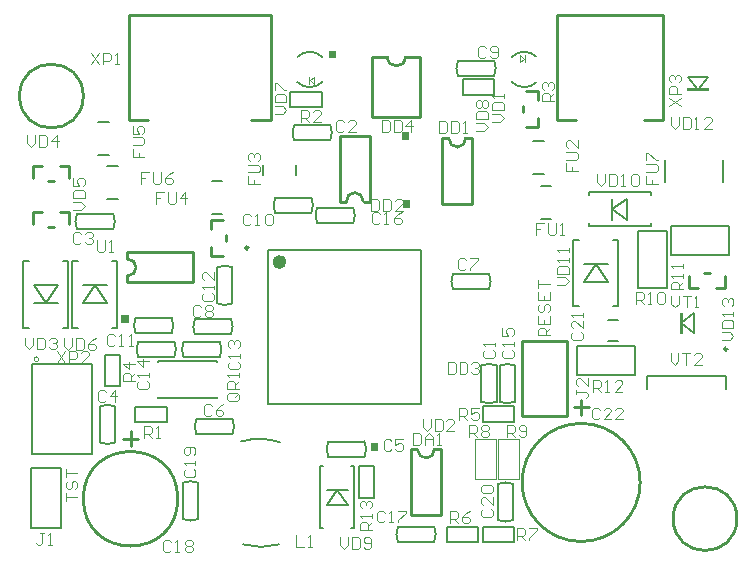
<source format=gto>
G04 Layer_Color=65535*
%FSLAX24Y24*%
%MOIN*%
G70*
G01*
G75*
%ADD10C,0.0079*%
%ADD39C,0.0098*%
%ADD40C,0.0100*%
%ADD58C,0.0039*%
%ADD59C,0.0236*%
%ADD60C,0.0070*%
%ADD61C,0.0071*%
%ADD62C,0.0050*%
%ADD63C,0.0067*%
%ADD64C,0.0070*%
G36*
X23687Y37636D02*
X23437D01*
Y37886D01*
X23687D01*
Y37636D01*
D02*
G37*
G36*
X42163Y37258D02*
X42053D01*
Y37978D01*
X42163D01*
Y37258D01*
D02*
G37*
G36*
X32000Y33380D02*
X31750D01*
Y33630D01*
X32000D01*
Y33380D01*
D02*
G37*
G36*
X33073Y41478D02*
X32823D01*
Y41728D01*
X33073D01*
Y41478D01*
D02*
G37*
G36*
X30612Y46451D02*
X30362D01*
Y46701D01*
X30612D01*
Y46451D01*
D02*
G37*
G36*
X43027Y45360D02*
X42307D01*
Y45470D01*
X43027D01*
Y45360D01*
D02*
G37*
G36*
X33043Y43744D02*
X32793D01*
Y43994D01*
X33043D01*
Y43744D01*
D02*
G37*
D10*
X28317Y40059D02*
X33435D01*
X28317Y34941D02*
X33435D01*
Y40059D01*
X28317Y34941D02*
Y40059D01*
X31102Y30787D02*
X31211D01*
X30069D02*
X30177D01*
X31102Y32874D02*
X31211D01*
X30069D02*
X30177D01*
X31211Y30787D02*
Y32874D01*
X30069Y30787D02*
Y32874D01*
X24675Y36339D02*
Y36378D01*
X26644D01*
Y36339D02*
Y36378D01*
X24675Y35118D02*
Y35157D01*
Y35118D02*
X26644D01*
Y35157D01*
X29281Y42549D02*
Y42904D01*
X28179Y42549D02*
Y42904D01*
X26457Y42372D02*
X26811D01*
X26457Y41270D02*
X26811D01*
X23307Y37480D02*
Y39685D01*
X21811Y37480D02*
Y39685D01*
X23120Y37480D02*
X23307D01*
X21811D02*
X21998D01*
X23120Y39685D02*
X23307D01*
X21811D02*
X21998D01*
X20177Y37480D02*
Y39685D01*
X21673Y37480D02*
Y39685D01*
X20177D02*
X20364D01*
X21486D02*
X21673D01*
X20177Y37480D02*
X20364D01*
X21486D02*
X21673D01*
X22972Y41762D02*
X23327D01*
X22972Y42864D02*
X23327D01*
X22667Y43238D02*
X23022D01*
X22667Y44341D02*
X23022D01*
X42337Y45840D02*
X42997D01*
X42337D02*
X42667Y45410D01*
X42997Y45840D01*
X37165Y42598D02*
X37520D01*
X37165Y43701D02*
X37520D01*
X37421Y41083D02*
X37776D01*
X37421Y42185D02*
X37776D01*
X40010Y38189D02*
Y40394D01*
X38514Y38189D02*
Y40394D01*
X39823Y38189D02*
X40010D01*
X38514D02*
X38701D01*
X39823Y40394D02*
X40010D01*
X38514D02*
X38701D01*
X42533Y37288D02*
Y37948D01*
X42103Y37618D02*
X42533Y37948D01*
X42103Y37618D02*
X42533Y37288D01*
X40955Y35433D02*
Y35866D01*
X43593Y35433D02*
Y35866D01*
X40955D02*
X43593D01*
X41102Y41890D02*
Y41998D01*
Y40856D02*
Y40965D01*
X39016Y41890D02*
Y41998D01*
Y40856D02*
Y40965D01*
Y41998D02*
X41102D01*
X39016Y40856D02*
X41102D01*
X43504Y42343D02*
Y43051D01*
X41575Y42343D02*
Y43051D01*
D39*
X27677Y40138D02*
G03*
X27677Y40138I-49J0D01*
G01*
X43642Y36762D02*
G03*
X43642Y36762I-49J0D01*
G01*
D40*
X33319Y33409D02*
G03*
X33877Y33428I280J0D01*
G01*
X34362Y43774D02*
G03*
X34921Y43793I280J0D01*
G01*
X32312Y46501D02*
G03*
X32912Y46501I300J0D01*
G01*
X23657Y39205D02*
G03*
X23638Y39763I0J280D01*
G01*
X40738Y32317D02*
G03*
X40738Y32317I-1969J0D01*
G01*
X31504Y41699D02*
G03*
X30946Y41680I-280J0D01*
G01*
X22175Y45197D02*
G03*
X22175Y45197I-1063J0D01*
G01*
X43964Y31109D02*
G03*
X43964Y31109I-1063J0D01*
G01*
X25325Y31772D02*
G03*
X25325Y31772I-1575J0D01*
G01*
X33100Y33430D02*
X33300D01*
X33900D02*
X34100D01*
X33100Y31230D02*
X34100D01*
X33100D02*
Y33430D01*
X34100Y31230D02*
Y33430D01*
X34143Y43794D02*
X34343D01*
X34943D02*
X35143D01*
X34143Y41594D02*
X35143D01*
X34143D02*
Y43794D01*
X35143Y41594D02*
Y43794D01*
X38299Y34530D02*
Y36030D01*
X36799Y34530D02*
Y37030D01*
Y34530D02*
X38299D01*
X36799Y37030D02*
X38299D01*
Y36030D02*
Y37030D01*
X32912Y46501D02*
X33412D01*
X31812Y44501D02*
Y46501D01*
X33412Y44501D02*
Y46501D01*
X31812Y44501D02*
X33412D01*
X31812Y46501D02*
X32312D01*
X23637Y38986D02*
Y39186D01*
Y39786D02*
Y39986D01*
X25837Y38986D02*
Y39986D01*
X23637Y38986D02*
X25837D01*
X23637Y39986D02*
X25837D01*
X20989Y40815D02*
X21189D01*
X20489Y41315D02*
X20789D01*
X20489Y40915D02*
Y41315D01*
X21389D02*
X21689D01*
Y40915D02*
Y41315D01*
X38770Y34567D02*
Y35067D01*
X38520Y34817D02*
X39020D01*
X20989Y42380D02*
X21189D01*
X20489Y42880D02*
X20789D01*
X20489Y42480D02*
Y42880D01*
X21389D02*
X21689D01*
Y42480D02*
Y42880D01*
X31523Y41678D02*
X31723D01*
X30723D02*
X30923D01*
X30723Y43878D02*
X31723D01*
Y41678D02*
Y43878D01*
X30723Y41678D02*
Y43878D01*
X36919Y45348D02*
X37319D01*
X36819Y44648D02*
Y44848D01*
X37319Y44148D02*
Y44448D01*
X36919Y44148D02*
X37319D01*
Y45048D02*
Y45348D01*
X43556Y38793D02*
Y39193D01*
X42856Y39293D02*
X43056D01*
X42356Y38793D02*
X42656D01*
X42356D02*
Y39193D01*
X43256Y38793D02*
X43556D01*
X27756Y44390D02*
X28425D01*
X23701D02*
X24331D01*
X23701D02*
Y47106D01*
X28425Y44390D02*
Y47106D01*
X23701Y47894D02*
X26063D01*
X23701Y47067D02*
Y47894D01*
X26063D02*
X28425D01*
Y47106D02*
Y47894D01*
X37963D02*
X41506D01*
X40876Y44390D02*
X41506D01*
X37963D02*
X38593D01*
X41506D02*
Y47894D01*
X37963Y44390D02*
Y47894D01*
X26431Y39869D02*
X26831D01*
X26931Y40369D02*
Y40569D01*
X26431Y40769D02*
Y41069D01*
X26831D01*
X26431Y39869D02*
Y40169D01*
X23500Y33772D02*
X24000D01*
X23750Y33522D02*
Y34022D01*
D58*
X20687Y36427D02*
G03*
X20687Y36427I-79J0D01*
G01*
X29695Y45610D02*
Y45846D01*
X29852Y45610D02*
Y45846D01*
X29734Y45728D02*
X29852Y45610D01*
X29734Y45728D02*
X29852Y45846D01*
X36900Y46319D02*
Y46555D01*
X36742Y46319D02*
Y46555D01*
X36860Y46437D01*
X36742Y46319D02*
X36860Y46437D01*
X35230Y32433D02*
X35230Y33748D01*
X35931Y32433D02*
X35931Y33748D01*
X35230D02*
X35931D01*
X35230Y32433D02*
X35931D01*
X35988D02*
Y33748D01*
X36689Y32433D02*
Y33748D01*
X35988D02*
X36689D01*
X35988Y32433D02*
X36689D01*
X31791Y30728D02*
X31398D01*
Y30925D01*
X31463Y30991D01*
X31595D01*
X31660Y30925D01*
Y30728D01*
Y30860D02*
X31791Y30991D01*
Y31122D02*
Y31253D01*
Y31188D01*
X31398D01*
X31463Y31122D01*
Y31450D02*
X31398Y31515D01*
Y31647D01*
X31463Y31712D01*
X31529D01*
X31595Y31647D01*
Y31581D01*
Y31647D01*
X31660Y31712D01*
X31726D01*
X31791Y31647D01*
Y31515D01*
X31726Y31450D01*
X24203Y33799D02*
Y34193D01*
X24400D01*
X24465Y34127D01*
Y33996D01*
X24400Y33930D01*
X24203D01*
X24334D02*
X24465Y33799D01*
X24596D02*
X24728D01*
X24662D01*
Y34193D01*
X24596Y34127D01*
X34322Y36319D02*
Y35925D01*
X34519D01*
X34585Y35991D01*
Y36253D01*
X34519Y36319D01*
X34322D01*
X34716D02*
Y35925D01*
X34913D01*
X34978Y35991D01*
Y36253D01*
X34913Y36319D01*
X34716D01*
X35110Y36253D02*
X35175Y36319D01*
X35306D01*
X35372Y36253D01*
Y36188D01*
X35306Y36122D01*
X35241D01*
X35306D01*
X35372Y36056D01*
Y35991D01*
X35306Y35925D01*
X35175D01*
X35110Y35991D01*
X22920Y35338D02*
X22854Y35403D01*
X22723D01*
X22657Y35338D01*
Y35075D01*
X22723Y35010D01*
X22854D01*
X22920Y35075D01*
X23248Y35010D02*
Y35403D01*
X23051Y35207D01*
X23313D01*
X41713Y44862D02*
X42106Y45125D01*
X41713D02*
X42106Y44862D01*
Y45256D02*
X41713D01*
Y45453D01*
X41778Y45518D01*
X41910D01*
X41975Y45453D01*
Y45256D01*
X41778Y45649D02*
X41713Y45715D01*
Y45846D01*
X41778Y45912D01*
X41844D01*
X41910Y45846D01*
Y45781D01*
Y45846D01*
X41975Y45912D01*
X42041D01*
X42106Y45846D01*
Y45715D01*
X42041Y45649D01*
X22441Y46644D02*
X22703Y46250D01*
Y46644D02*
X22441Y46250D01*
X22835D02*
Y46644D01*
X23031D01*
X23097Y46578D01*
Y46447D01*
X23031Y46381D01*
X22835D01*
X23228Y46250D02*
X23359D01*
X23294D01*
Y46644D01*
X23228Y46578D01*
X41752Y36634D02*
Y36371D01*
X41883Y36240D01*
X42014Y36371D01*
Y36634D01*
X42146D02*
X42408D01*
X42277D01*
Y36240D01*
X42801D02*
X42539D01*
X42801Y36503D01*
Y36568D01*
X42736Y36634D01*
X42605D01*
X42539Y36568D01*
X41762Y38543D02*
Y38281D01*
X41893Y38150D01*
X42024Y38281D01*
Y38543D01*
X42155D02*
X42418D01*
X42287D01*
Y38150D01*
X42549D02*
X42680D01*
X42615D01*
Y38543D01*
X42549Y38478D01*
X43455Y37077D02*
X43717D01*
X43848Y37208D01*
X43717Y37339D01*
X43455D01*
Y37470D02*
X43848D01*
Y37667D01*
X43783Y37733D01*
X43520D01*
X43455Y37667D01*
Y37470D01*
X43848Y37864D02*
Y37995D01*
Y37930D01*
X43455D01*
X43520Y37864D01*
Y38192D02*
X43455Y38257D01*
Y38389D01*
X43520Y38454D01*
X43586D01*
X43652Y38389D01*
Y38323D01*
Y38389D01*
X43717Y38454D01*
X43783D01*
X43848Y38389D01*
Y38257D01*
X43783Y38192D01*
X41762Y44488D02*
Y44226D01*
X41893Y44094D01*
X42024Y44226D01*
Y44488D01*
X42155D02*
Y44094D01*
X42352D01*
X42418Y44160D01*
Y44422D01*
X42352Y44488D01*
X42155D01*
X42549Y44094D02*
X42680D01*
X42615D01*
Y44488D01*
X42549Y44422D01*
X43139Y44094D02*
X42877D01*
X43139Y44357D01*
Y44422D01*
X43074Y44488D01*
X42943D01*
X42877Y44422D01*
X37973Y38888D02*
X38235D01*
X38366Y39019D01*
X38235Y39150D01*
X37973D01*
Y39281D02*
X38366D01*
Y39478D01*
X38301Y39544D01*
X38038D01*
X37973Y39478D01*
Y39281D01*
X38366Y39675D02*
Y39806D01*
Y39741D01*
X37973D01*
X38038Y39675D01*
X38366Y40003D02*
Y40134D01*
Y40069D01*
X37973D01*
X38038Y40003D01*
X39311Y42598D02*
Y42336D01*
X39442Y42205D01*
X39573Y42336D01*
Y42598D01*
X39705D02*
Y42205D01*
X39901D01*
X39967Y42270D01*
Y42533D01*
X39901Y42598D01*
X39705D01*
X40098Y42205D02*
X40229D01*
X40164D01*
Y42598D01*
X40098Y42533D01*
X40426D02*
X40492Y42598D01*
X40623D01*
X40689Y42533D01*
Y42270D01*
X40623Y42205D01*
X40492D01*
X40426Y42270D01*
Y42533D01*
X30728Y30502D02*
Y30239D01*
X30860Y30108D01*
X30991Y30239D01*
Y30502D01*
X31122D02*
Y30108D01*
X31319D01*
X31384Y30174D01*
Y30436D01*
X31319Y30502D01*
X31122D01*
X31516Y30174D02*
X31581Y30108D01*
X31712D01*
X31778Y30174D01*
Y30436D01*
X31712Y30502D01*
X31581D01*
X31516Y30436D01*
Y30371D01*
X31581Y30305D01*
X31778D01*
X35256Y44026D02*
X35518D01*
X35650Y44157D01*
X35518Y44288D01*
X35256D01*
Y44419D02*
X35650D01*
Y44616D01*
X35584Y44682D01*
X35322D01*
X35256Y44616D01*
Y44419D01*
X35322Y44813D02*
X35256Y44878D01*
Y45010D01*
X35322Y45075D01*
X35387D01*
X35453Y45010D01*
X35518Y45075D01*
X35584D01*
X35650Y45010D01*
Y44878D01*
X35584Y44813D01*
X35518D01*
X35453Y44878D01*
X35387Y44813D01*
X35322D01*
X35453Y44878D02*
Y45010D01*
X28553Y44596D02*
X28816D01*
X28947Y44728D01*
X28816Y44859D01*
X28553D01*
Y44990D02*
X28947D01*
Y45187D01*
X28881Y45252D01*
X28619D01*
X28553Y45187D01*
Y44990D01*
Y45384D02*
Y45646D01*
X28619D01*
X28881Y45384D01*
X28947D01*
X21545Y37136D02*
Y36873D01*
X21676Y36742D01*
X21808Y36873D01*
Y37136D01*
X21939D02*
Y36742D01*
X22136D01*
X22201Y36808D01*
Y37070D01*
X22136Y37136D01*
X21939D01*
X22595D02*
X22464Y37070D01*
X22332Y36939D01*
Y36808D01*
X22398Y36742D01*
X22529D01*
X22595Y36808D01*
Y36873D01*
X22529Y36939D01*
X22332D01*
X21831Y41407D02*
X22093D01*
X22224Y41539D01*
X22093Y41670D01*
X21831D01*
Y41801D02*
X22224D01*
Y41998D01*
X22159Y42063D01*
X21896D01*
X21831Y41998D01*
Y41801D01*
Y42457D02*
Y42195D01*
X22028D01*
X21962Y42326D01*
Y42391D01*
X22028Y42457D01*
X22159D01*
X22224Y42391D01*
Y42260D01*
X22159Y42195D01*
X20305Y43907D02*
Y43645D01*
X20436Y43514D01*
X20568Y43645D01*
Y43907D01*
X20699D02*
Y43514D01*
X20895D01*
X20961Y43579D01*
Y43842D01*
X20895Y43907D01*
X20699D01*
X21289Y43514D02*
Y43907D01*
X21092Y43711D01*
X21355D01*
X20236Y37146D02*
Y36883D01*
X20367Y36752D01*
X20499Y36883D01*
Y37146D01*
X20630D02*
Y36752D01*
X20827D01*
X20892Y36818D01*
Y37080D01*
X20827Y37146D01*
X20630D01*
X21023Y37080D02*
X21089Y37146D01*
X21220D01*
X21286Y37080D01*
Y37014D01*
X21220Y36949D01*
X21155D01*
X21220D01*
X21286Y36883D01*
Y36818D01*
X21220Y36752D01*
X21089D01*
X21023Y36818D01*
X33494Y34419D02*
Y34157D01*
X33625Y34026D01*
X33756Y34157D01*
Y34419D01*
X33888D02*
Y34026D01*
X34084D01*
X34150Y34091D01*
Y34354D01*
X34084Y34419D01*
X33888D01*
X34544Y34026D02*
X34281D01*
X34544Y34288D01*
Y34354D01*
X34478Y34419D01*
X34347D01*
X34281Y34354D01*
X35807Y44331D02*
X36070D01*
X36201Y44462D01*
X36070Y44593D01*
X35807D01*
Y44724D02*
X36201D01*
Y44921D01*
X36135Y44987D01*
X35873D01*
X35807Y44921D01*
Y44724D01*
X36201Y45118D02*
Y45249D01*
Y45183D01*
X35807D01*
X35873Y45118D01*
X22648Y40394D02*
Y40066D01*
X22713Y40000D01*
X22844D01*
X22910Y40066D01*
Y40394D01*
X23041Y40000D02*
X23172D01*
X23107D01*
Y40394D01*
X23041Y40328D01*
X39163Y35335D02*
Y35728D01*
X39360D01*
X39426Y35663D01*
Y35531D01*
X39360Y35466D01*
X39163D01*
X39295D02*
X39426Y35335D01*
X39557D02*
X39688D01*
X39623D01*
Y35728D01*
X39557Y35663D01*
X40147Y35335D02*
X39885D01*
X40147Y35597D01*
Y35663D01*
X40082Y35728D01*
X39951D01*
X39885Y35663D01*
X42156Y38750D02*
X41762D01*
Y38947D01*
X41828Y39012D01*
X41959D01*
X42024Y38947D01*
Y38750D01*
Y38881D02*
X42156Y39012D01*
Y39144D02*
Y39275D01*
Y39209D01*
X41762D01*
X41828Y39144D01*
X42156Y39472D02*
Y39603D01*
Y39537D01*
X41762D01*
X41828Y39472D01*
X40591Y38268D02*
Y38661D01*
X40787D01*
X40853Y38596D01*
Y38465D01*
X40787Y38399D01*
X40591D01*
X40722D02*
X40853Y38268D01*
X40984D02*
X41115D01*
X41050D01*
Y38661D01*
X40984Y38596D01*
X41312D02*
X41378Y38661D01*
X41509D01*
X41574Y38596D01*
Y38333D01*
X41509Y38268D01*
X41378D01*
X41312Y38333D01*
Y38596D01*
X36289Y33839D02*
Y34232D01*
X36486D01*
X36552Y34167D01*
Y34035D01*
X36486Y33970D01*
X36289D01*
X36421D02*
X36552Y33839D01*
X36683Y33904D02*
X36749Y33839D01*
X36880D01*
X36945Y33904D01*
Y34167D01*
X36880Y34232D01*
X36749D01*
X36683Y34167D01*
Y34101D01*
X36749Y34035D01*
X36945D01*
X35039Y33839D02*
Y34232D01*
X35236D01*
X35302Y34167D01*
Y34035D01*
X35236Y33970D01*
X35039D01*
X35171D02*
X35302Y33839D01*
X35433Y34167D02*
X35499Y34232D01*
X35630D01*
X35695Y34167D01*
Y34101D01*
X35630Y34035D01*
X35695Y33970D01*
Y33904D01*
X35630Y33839D01*
X35499D01*
X35433Y33904D01*
Y33970D01*
X35499Y34035D01*
X35433Y34101D01*
Y34167D01*
X35499Y34035D02*
X35630D01*
X36644Y30394D02*
Y30787D01*
X36840D01*
X36906Y30722D01*
Y30590D01*
X36840Y30525D01*
X36644D01*
X36775D02*
X36906Y30394D01*
X37037Y30787D02*
X37300D01*
Y30722D01*
X37037Y30459D01*
Y30394D01*
X34409Y30955D02*
Y31348D01*
X34606D01*
X34672Y31283D01*
Y31152D01*
X34606Y31086D01*
X34409D01*
X34541D02*
X34672Y30955D01*
X35065Y31348D02*
X34934Y31283D01*
X34803Y31152D01*
Y31020D01*
X34869Y30955D01*
X35000D01*
X35065Y31020D01*
Y31086D01*
X35000Y31152D01*
X34803D01*
X34715Y34390D02*
Y34783D01*
X34911D01*
X34977Y34718D01*
Y34587D01*
X34911Y34521D01*
X34715D01*
X34846D02*
X34977Y34390D01*
X35371Y34783D02*
X35108D01*
Y34587D01*
X35239Y34652D01*
X35305D01*
X35371Y34587D01*
Y34455D01*
X35305Y34390D01*
X35174D01*
X35108Y34455D01*
X23888Y35689D02*
X23494D01*
Y35886D01*
X23560Y35951D01*
X23691D01*
X23757Y35886D01*
Y35689D01*
Y35820D02*
X23888Y35951D01*
Y36279D02*
X23494D01*
X23691Y36083D01*
Y36345D01*
X37874Y45020D02*
X37480D01*
Y45216D01*
X37546Y45282D01*
X37677D01*
X37743Y45216D01*
Y45020D01*
Y45151D02*
X37874Y45282D01*
X37546Y45413D02*
X37480Y45479D01*
Y45610D01*
X37546Y45676D01*
X37612D01*
X37677Y45610D01*
Y45544D01*
Y45610D01*
X37743Y45676D01*
X37808D01*
X37874Y45610D01*
Y45479D01*
X37808Y45413D01*
X29429Y44331D02*
Y44724D01*
X29626D01*
X29692Y44659D01*
Y44528D01*
X29626Y44462D01*
X29429D01*
X29560D02*
X29692Y44331D01*
X30085D02*
X29823D01*
X30085Y44593D01*
Y44659D01*
X30020Y44724D01*
X29888D01*
X29823Y44659D01*
X27306Y35292D02*
X27044D01*
X26978Y35226D01*
Y35095D01*
X27044Y35030D01*
X27306D01*
X27372Y35095D01*
Y35226D01*
X27241Y35161D02*
X27372Y35292D01*
Y35226D02*
X27306Y35292D01*
X27372Y35423D02*
X26978D01*
Y35620D01*
X27044Y35685D01*
X27175D01*
X27241Y35620D01*
Y35423D01*
Y35554D02*
X27372Y35685D01*
Y35817D02*
Y35948D01*
Y35882D01*
X26978D01*
X27044Y35817D01*
X29281Y30551D02*
Y30157D01*
X29544D01*
X29675D02*
X29806D01*
X29741D01*
Y30551D01*
X29675Y30485D01*
X38593Y35390D02*
Y35259D01*
Y35325D01*
X38921D01*
X38986Y35259D01*
Y35194D01*
X38921Y35128D01*
X38986Y35784D02*
Y35522D01*
X38724Y35784D01*
X38658D01*
X38593Y35718D01*
Y35587D01*
X38658Y35522D01*
X40945Y42526D02*
Y42264D01*
X41142D01*
Y42395D01*
Y42264D01*
X41339D01*
X40945Y42657D02*
X41273D01*
X41339Y42723D01*
Y42854D01*
X41273Y42920D01*
X40945D01*
Y43051D02*
Y43313D01*
X41011D01*
X41273Y43051D01*
X41339D01*
X24377Y42667D02*
X24114D01*
Y42470D01*
X24245D01*
X24114D01*
Y42274D01*
X24508Y42667D02*
Y42339D01*
X24573Y42274D01*
X24705D01*
X24770Y42339D01*
Y42667D01*
X25164D02*
X25033Y42602D01*
X24901Y42470D01*
Y42339D01*
X24967Y42274D01*
X25098D01*
X25164Y42339D01*
Y42405D01*
X25098Y42470D01*
X24901D01*
X23819Y43422D02*
Y43159D01*
X24016D01*
Y43291D01*
Y43159D01*
X24213D01*
X23819Y43553D02*
X24147D01*
X24213Y43619D01*
Y43750D01*
X24147Y43815D01*
X23819D01*
Y44209D02*
Y43947D01*
X24016D01*
X23950Y44078D01*
Y44143D01*
X24016Y44209D01*
X24147D01*
X24213Y44143D01*
Y44012D01*
X24147Y43947D01*
X24859Y41998D02*
X24596D01*
Y41801D01*
X24728D01*
X24596D01*
Y41604D01*
X24990Y41998D02*
Y41670D01*
X25056Y41604D01*
X25187D01*
X25252Y41670D01*
Y41998D01*
X25580Y41604D02*
Y41998D01*
X25384Y41801D01*
X25646D01*
X27677Y42516D02*
Y42254D01*
X27874D01*
Y42385D01*
Y42254D01*
X28071D01*
X27677Y42648D02*
X28005D01*
X28071Y42713D01*
Y42844D01*
X28005Y42910D01*
X27677D01*
X27743Y43041D02*
X27677Y43107D01*
Y43238D01*
X27743Y43303D01*
X27808D01*
X27874Y43238D01*
Y43172D01*
Y43238D01*
X27940Y43303D01*
X28005D01*
X28071Y43238D01*
Y43107D01*
X28005Y43041D01*
X38258Y42949D02*
Y42687D01*
X38455D01*
Y42818D01*
Y42687D01*
X38652D01*
X38258Y43081D02*
X38586D01*
X38652Y43146D01*
Y43277D01*
X38586Y43343D01*
X38258D01*
X38652Y43737D02*
Y43474D01*
X38389Y43737D01*
X38324D01*
X38258Y43671D01*
Y43540D01*
X38324Y43474D01*
X37526Y40955D02*
X37264D01*
Y40758D01*
X37395D01*
X37264D01*
Y40561D01*
X37657Y40955D02*
Y40627D01*
X37723Y40561D01*
X37854D01*
X37920Y40627D01*
Y40955D01*
X38051Y40561D02*
X38182D01*
X38117D01*
Y40955D01*
X38051Y40889D01*
X32126Y44399D02*
Y44006D01*
X32323D01*
X32388Y44071D01*
Y44334D01*
X32323Y44399D01*
X32126D01*
X32520D02*
Y44006D01*
X32716D01*
X32782Y44071D01*
Y44334D01*
X32716Y44399D01*
X32520D01*
X33110Y44006D02*
Y44399D01*
X32913Y44203D01*
X33176D01*
X31772Y41762D02*
Y41368D01*
X31968D01*
X32034Y41434D01*
Y41696D01*
X31968Y41762D01*
X31772D01*
X32165D02*
Y41368D01*
X32362D01*
X32428Y41434D01*
Y41696D01*
X32362Y41762D01*
X32165D01*
X32821Y41368D02*
X32559D01*
X32821Y41630D01*
Y41696D01*
X32756Y41762D01*
X32624D01*
X32559Y41696D01*
X34035Y44360D02*
Y43967D01*
X34232D01*
X34298Y44032D01*
Y44295D01*
X34232Y44360D01*
X34035D01*
X34429D02*
Y43967D01*
X34626D01*
X34691Y44032D01*
Y44295D01*
X34626Y44360D01*
X34429D01*
X34823Y43967D02*
X34954D01*
X34888D01*
Y44360D01*
X34823Y44295D01*
X33169Y33957D02*
Y33563D01*
X33366D01*
X33432Y33629D01*
Y33891D01*
X33366Y33957D01*
X33169D01*
X33563Y33563D02*
Y33825D01*
X33694Y33957D01*
X33825Y33825D01*
Y33563D01*
Y33760D01*
X33563D01*
X33956Y33563D02*
X34088D01*
X34022D01*
Y33957D01*
X33956Y33891D01*
X39386Y34747D02*
X39321Y34813D01*
X39190D01*
X39124Y34747D01*
Y34485D01*
X39190Y34419D01*
X39321D01*
X39386Y34485D01*
X39780Y34419D02*
X39518D01*
X39780Y34682D01*
Y34747D01*
X39714Y34813D01*
X39583D01*
X39518Y34747D01*
X40174Y34419D02*
X39911D01*
X40174Y34682D01*
Y34747D01*
X40108Y34813D01*
X39977D01*
X39911Y34747D01*
X38491Y37319D02*
X38425Y37254D01*
Y37123D01*
X38491Y37057D01*
X38753D01*
X38819Y37123D01*
Y37254D01*
X38753Y37319D01*
X38819Y37713D02*
Y37451D01*
X38557Y37713D01*
X38491D01*
X38425Y37647D01*
Y37516D01*
X38491Y37451D01*
X38819Y37844D02*
Y37975D01*
Y37910D01*
X38425D01*
X38491Y37844D01*
X35509Y31434D02*
X35443Y31368D01*
Y31237D01*
X35509Y31171D01*
X35771D01*
X35837Y31237D01*
Y31368D01*
X35771Y31434D01*
X35837Y31827D02*
Y31565D01*
X35574Y31827D01*
X35509D01*
X35443Y31762D01*
Y31630D01*
X35509Y31565D01*
Y31958D02*
X35443Y32024D01*
Y32155D01*
X35509Y32221D01*
X35771D01*
X35837Y32155D01*
Y32024D01*
X35771Y31958D01*
X35509D01*
X25587Y32762D02*
X25522Y32697D01*
Y32566D01*
X25587Y32500D01*
X25850D01*
X25915Y32566D01*
Y32697D01*
X25850Y32762D01*
X25915Y32894D02*
Y33025D01*
Y32959D01*
X25522D01*
X25587Y32894D01*
X25850Y33222D02*
X25915Y33287D01*
Y33418D01*
X25850Y33484D01*
X25587D01*
X25522Y33418D01*
Y33287D01*
X25587Y33222D01*
X25653D01*
X25719Y33287D01*
Y33484D01*
X32221Y31312D02*
X32155Y31378D01*
X32024D01*
X31959Y31312D01*
Y31050D01*
X32024Y30984D01*
X32155D01*
X32221Y31050D01*
X32352Y30984D02*
X32483D01*
X32418D01*
Y31378D01*
X32352Y31312D01*
X32680Y31378D02*
X32943D01*
Y31312D01*
X32680Y31050D01*
Y30984D01*
X32064Y41253D02*
X31998Y41319D01*
X31867D01*
X31801Y41253D01*
Y40991D01*
X31867Y40925D01*
X31998D01*
X32064Y40991D01*
X32195Y40925D02*
X32326D01*
X32260D01*
Y41319D01*
X32195Y41253D01*
X32785Y41319D02*
X32654Y41253D01*
X32523Y41122D01*
Y40991D01*
X32588Y40925D01*
X32720D01*
X32785Y40991D01*
Y41056D01*
X32720Y41122D01*
X32523D01*
X36198Y36729D02*
X36132Y36663D01*
Y36532D01*
X36198Y36467D01*
X36460D01*
X36526Y36532D01*
Y36663D01*
X36460Y36729D01*
X36526Y36860D02*
Y36991D01*
Y36926D01*
X36132D01*
X36198Y36860D01*
X36132Y37450D02*
Y37188D01*
X36329D01*
X36263Y37319D01*
Y37385D01*
X36329Y37450D01*
X36460D01*
X36526Y37385D01*
Y37254D01*
X36460Y37188D01*
X24022Y35695D02*
X23957Y35630D01*
Y35499D01*
X24022Y35433D01*
X24285D01*
X24350Y35499D01*
Y35630D01*
X24285Y35695D01*
X24350Y35827D02*
Y35958D01*
Y35892D01*
X23957D01*
X24022Y35827D01*
X24350Y36351D02*
X23957D01*
X24154Y36155D01*
Y36417D01*
X27064Y36345D02*
X26998Y36279D01*
Y36148D01*
X27064Y36083D01*
X27326D01*
X27392Y36148D01*
Y36279D01*
X27326Y36345D01*
X27392Y36476D02*
Y36607D01*
Y36542D01*
X26998D01*
X27064Y36476D01*
Y36804D02*
X26998Y36870D01*
Y37001D01*
X27064Y37067D01*
X27129D01*
X27195Y37001D01*
Y36935D01*
Y37001D01*
X27261Y37067D01*
X27326D01*
X27392Y37001D01*
Y36870D01*
X27326Y36804D01*
X26188Y38619D02*
X26122Y38553D01*
Y38422D01*
X26188Y38356D01*
X26450D01*
X26516Y38422D01*
Y38553D01*
X26450Y38619D01*
X26516Y38750D02*
Y38881D01*
Y38815D01*
X26122D01*
X26188Y38750D01*
X26516Y39340D02*
Y39078D01*
X26253Y39340D01*
X26188D01*
X26122Y39275D01*
Y39143D01*
X26188Y39078D01*
X23235Y37208D02*
X23169Y37273D01*
X23038D01*
X22972Y37208D01*
Y36946D01*
X23038Y36880D01*
X23169D01*
X23235Y36946D01*
X23366Y36880D02*
X23497D01*
X23432D01*
Y37273D01*
X23366Y37208D01*
X23694Y36880D02*
X23825D01*
X23760D01*
Y37273D01*
X23694Y37208D01*
X27762Y41214D02*
X27697Y41279D01*
X27566D01*
X27500Y41214D01*
Y40951D01*
X27566Y40886D01*
X27697D01*
X27762Y40951D01*
X27894Y40886D02*
X28025D01*
X27959D01*
Y41279D01*
X27894Y41214D01*
X28222D02*
X28287Y41279D01*
X28418D01*
X28484Y41214D01*
Y40951D01*
X28418Y40886D01*
X28287D01*
X28222Y40951D01*
Y41214D01*
X35607Y46804D02*
X35541Y46870D01*
X35410D01*
X35344Y46804D01*
Y46542D01*
X35410Y46476D01*
X35541D01*
X35607Y46542D01*
X35738D02*
X35804Y46476D01*
X35935D01*
X36000Y46542D01*
Y46804D01*
X35935Y46870D01*
X35804D01*
X35738Y46804D01*
Y46739D01*
X35804Y46673D01*
X36000D01*
X26089Y38172D02*
X26024Y38238D01*
X25892D01*
X25827Y38172D01*
Y37910D01*
X25892Y37844D01*
X26024D01*
X26089Y37910D01*
X26220Y38172D02*
X26286Y38238D01*
X26417D01*
X26483Y38172D01*
Y38107D01*
X26417Y38041D01*
X26483Y37976D01*
Y37910D01*
X26417Y37844D01*
X26286D01*
X26220Y37910D01*
Y37976D01*
X26286Y38041D01*
X26220Y38107D01*
Y38172D01*
X26286Y38041D02*
X26417D01*
X34938Y39718D02*
X34872Y39783D01*
X34741D01*
X34675Y39718D01*
Y39455D01*
X34741Y39390D01*
X34872D01*
X34938Y39455D01*
X35069Y39783D02*
X35331D01*
Y39718D01*
X35069Y39455D01*
Y39390D01*
X26453Y34875D02*
X26388Y34941D01*
X26257D01*
X26191Y34875D01*
Y34613D01*
X26257Y34547D01*
X26388D01*
X26453Y34613D01*
X26847Y34941D02*
X26716Y34875D01*
X26585Y34744D01*
Y34613D01*
X26650Y34547D01*
X26781D01*
X26847Y34613D01*
Y34678D01*
X26781Y34744D01*
X26585D01*
X32447Y33684D02*
X32382Y33750D01*
X32251D01*
X32185Y33684D01*
Y33422D01*
X32251Y33356D01*
X32382D01*
X32447Y33422D01*
X32841Y33750D02*
X32579D01*
Y33553D01*
X32710Y33619D01*
X32775D01*
X32841Y33553D01*
Y33422D01*
X32775Y33356D01*
X32644D01*
X32579Y33422D01*
X22094Y40603D02*
X22029Y40669D01*
X21897D01*
X21832Y40603D01*
Y40341D01*
X21897Y40276D01*
X22029D01*
X22094Y40341D01*
X22225Y40603D02*
X22291Y40669D01*
X22422D01*
X22488Y40603D01*
Y40538D01*
X22422Y40472D01*
X22357D01*
X22422D01*
X22488Y40407D01*
Y40341D01*
X22422Y40276D01*
X22291D01*
X22225Y40341D01*
X30863Y44324D02*
X30797Y44390D01*
X30666D01*
X30600Y44324D01*
Y44062D01*
X30666Y43996D01*
X30797D01*
X30863Y44062D01*
X31256Y43996D02*
X30994D01*
X31256Y44258D01*
Y44324D01*
X31191Y44390D01*
X31060D01*
X30994Y44324D01*
X35578Y36719D02*
X35512Y36653D01*
Y36522D01*
X35578Y36457D01*
X35840D01*
X35906Y36522D01*
Y36653D01*
X35840Y36719D01*
X35906Y36850D02*
Y36981D01*
Y36916D01*
X35512D01*
X35578Y36850D01*
X25105Y30328D02*
X25039Y30394D01*
X24908D01*
X24843Y30328D01*
Y30066D01*
X24908Y30000D01*
X25039D01*
X25105Y30066D01*
X25236Y30000D02*
X25367D01*
X25302D01*
Y30394D01*
X25236Y30328D01*
X25564D02*
X25630Y30394D01*
X25761D01*
X25826Y30328D01*
Y30262D01*
X25761Y30197D01*
X25826Y30131D01*
Y30066D01*
X25761Y30000D01*
X25630D01*
X25564Y30066D01*
Y30131D01*
X25630Y30197D01*
X25564Y30262D01*
Y30328D01*
X25630Y30197D02*
X25761D01*
X21309Y36703D02*
X21571Y36309D01*
Y36703D02*
X21309Y36309D01*
X21703D02*
Y36703D01*
X21899D01*
X21965Y36637D01*
Y36506D01*
X21899Y36440D01*
X21703D01*
X22359Y36309D02*
X22096D01*
X22359Y36571D01*
Y36637D01*
X22293Y36703D01*
X22162D01*
X22096Y36637D01*
X20863Y30630D02*
X20732D01*
X20797D01*
Y30302D01*
X20732Y30236D01*
X20666D01*
X20600Y30302D01*
X20994Y30236D02*
X21125D01*
X21060D01*
Y30630D01*
X20994Y30564D01*
X37726Y37215D02*
X37333D01*
Y37411D01*
X37398Y37477D01*
X37530D01*
X37595Y37411D01*
Y37215D01*
Y37346D02*
X37726Y37477D01*
X37333Y37871D02*
Y37608D01*
X37726D01*
Y37871D01*
X37530Y37608D02*
Y37739D01*
X37398Y38264D02*
X37333Y38198D01*
Y38067D01*
X37398Y38002D01*
X37464D01*
X37530Y38067D01*
Y38198D01*
X37595Y38264D01*
X37661D01*
X37726Y38198D01*
Y38067D01*
X37661Y38002D01*
X37333Y38658D02*
Y38395D01*
X37726D01*
Y38658D01*
X37530Y38395D02*
Y38526D01*
X37333Y38789D02*
Y39051D01*
Y38920D01*
X37726D01*
X21585Y31713D02*
Y31975D01*
Y31844D01*
X21978D01*
X21650Y32369D02*
X21585Y32303D01*
Y32172D01*
X21650Y32106D01*
X21716D01*
X21782Y32172D01*
Y32303D01*
X21847Y32369D01*
X21913D01*
X21978Y32303D01*
Y32172D01*
X21913Y32106D01*
X21585Y32500D02*
Y32762D01*
Y32631D01*
X21978D01*
D59*
X28829Y39665D02*
G03*
X28829Y39665I-118J0D01*
G01*
D60*
X27146Y39491D02*
G03*
X26635Y39492I-256J-608D01*
G01*
Y38284D02*
G03*
X27146Y38284I255J609D01*
G01*
X29777Y41299D02*
G03*
X29777Y41810I-608J256D01*
G01*
X28569D02*
G03*
X28570Y41299I609J-255D01*
G01*
X29967Y41476D02*
G03*
X29967Y40966I608J-256D01*
G01*
X31175D02*
G03*
X31174Y41476I-609J255D01*
G01*
X30341Y33681D02*
G03*
X30341Y33170I608J-256D01*
G01*
X31549D02*
G03*
X31548Y33681I-609J255D01*
G01*
X25210Y36496D02*
G03*
X25210Y37007I-608J256D01*
G01*
X24002D02*
G03*
X24003Y36496I609J-255D01*
G01*
X25519Y37008D02*
G03*
X25518Y36497I608J-256D01*
G01*
X26726D02*
G03*
X26725Y37008I-609J255D01*
G01*
X29200Y44232D02*
G03*
X29199Y43722I608J-256D01*
G01*
X30407D02*
G03*
X30407Y44232I-609J255D01*
G01*
X36565Y36214D02*
G03*
X36054Y36214I-256J-608D01*
G01*
Y35006D02*
G03*
X36565Y35007I255J609D01*
G01*
X23238Y34855D02*
G03*
X22728Y34856I-256J-608D01*
G01*
Y33648D02*
G03*
X23238Y33649I255J609D01*
G01*
X25492Y31099D02*
G03*
X26003Y31099I256J608D01*
G01*
Y32307D02*
G03*
X25492Y32306I-255J-609D01*
G01*
X23172Y40758D02*
G03*
X23173Y41268I-608J256D01*
G01*
X21965D02*
G03*
X21965Y40758I609J-255D01*
G01*
X35955Y36214D02*
G03*
X35444Y36214I-256J-608D01*
G01*
Y35006D02*
G03*
X35955Y35007I255J609D01*
G01*
X36506Y32267D02*
G03*
X35995Y32267I-256J-608D01*
G01*
Y31060D02*
G03*
X36506Y31060I255J609D01*
G01*
X32664Y30846D02*
G03*
X32664Y30336I608J-256D01*
G01*
X33872D02*
G03*
X33871Y30846I-609J255D01*
G01*
X25121Y37293D02*
G03*
X25122Y37804I-608J256D01*
G01*
X23914D02*
G03*
X23914Y37293I609J-255D01*
G01*
X35869Y45866D02*
G03*
X35870Y46377I-608J256D01*
G01*
X34662D02*
G03*
X34662Y45866I609J-255D01*
G01*
X35702Y38760D02*
G03*
X35702Y39270I-608J256D01*
G01*
X34495D02*
G03*
X34495Y38760I609J-255D01*
G01*
X25942Y34429D02*
G03*
X25941Y33919I608J-256D01*
G01*
X27149D02*
G03*
X27149Y34429I-609J255D01*
G01*
X25893Y37766D02*
G03*
X25892Y37255I608J-256D01*
G01*
X27100D02*
G03*
X27099Y37766I-609J255D01*
G01*
X31368Y32854D02*
X31880D01*
X31368Y31811D02*
X31880D01*
X31368D02*
Y32854D01*
X31880Y31811D02*
Y32854D01*
X35482Y34341D02*
X36525D01*
X35482Y34852D02*
X36525D01*
X35482Y34341D02*
Y34852D01*
X36525Y34341D02*
Y34852D01*
X26635Y38288D02*
Y39488D01*
X27146Y38288D02*
Y39489D01*
X28573Y41810D02*
X29773D01*
X28573Y41299D02*
X29774D01*
X29971Y40965D02*
X31171D01*
X29970Y41476D02*
X31171D01*
X30345Y33170D02*
X31545D01*
X30344Y33681D02*
X31545D01*
X23908Y34843D02*
X24951D01*
X23908Y34331D02*
X24951D01*
Y34843D01*
X23908Y34331D02*
Y34843D01*
X24006Y37007D02*
X25206D01*
X24006Y36496D02*
X25207D01*
X25522Y36497D02*
X26722D01*
X25521Y37008D02*
X26722D01*
X29203Y43721D02*
X30403D01*
X29202Y44232D02*
X30403D01*
X36054Y35010D02*
Y36210D01*
X36565Y35010D02*
Y36211D01*
X22727Y33652D02*
Y34852D01*
X23238Y33652D02*
Y34853D01*
X23415Y35522D02*
Y36565D01*
X22904Y35522D02*
Y36565D01*
Y35522D02*
X23415D01*
X22904Y36565D02*
X23415D01*
X26003Y31103D02*
Y32303D01*
X25492Y31102D02*
Y32303D01*
X21969Y41269D02*
X23169D01*
X21969Y40758D02*
X23170D01*
X34823Y45758D02*
X35866D01*
X34823Y45246D02*
X35866D01*
Y45758D01*
X34823Y45246D02*
Y45758D01*
X29075Y45335D02*
X30118D01*
X29075Y44823D02*
X30118D01*
Y45335D01*
X29075Y44823D02*
Y45335D01*
X35444Y35010D02*
Y36210D01*
X35955Y35010D02*
Y36211D01*
X35502Y30335D02*
X36545D01*
X35502Y30846D02*
X36545D01*
X35502Y30335D02*
Y30846D01*
X36545Y30335D02*
Y30846D01*
X34301Y30335D02*
X35344D01*
X34301Y30846D02*
X35344D01*
X34301Y30335D02*
Y30846D01*
X35344Y30335D02*
Y30846D01*
X35995Y31063D02*
Y32263D01*
X36506Y31063D02*
Y32264D01*
X32668Y30336D02*
X33868D01*
X32667Y30846D02*
X33868D01*
X23918Y37804D02*
X25118D01*
X23918Y37293D02*
X25118D01*
X34666Y46377D02*
X35866D01*
X34666Y45866D02*
X35866D01*
X34498Y39271D02*
X35698D01*
X34498Y38760D02*
X35699D01*
X25945Y33918D02*
X27145D01*
X25945Y34429D02*
X27145D01*
X25896Y37255D02*
X27096D01*
X25895Y37766D02*
X27096D01*
D61*
X29305Y45665D02*
G03*
X30140Y45665I418J418D01*
G01*
Y46500D02*
G03*
X29305Y46500I-418J-418D01*
G01*
X37290D02*
G03*
X36454Y46500I-418J-418D01*
G01*
Y45665D02*
G03*
X37290Y45665I418J418D01*
G01*
X27501Y30250D02*
G03*
X28694Y30254I589J2068D01*
G01*
X28737Y33653D02*
G03*
X27437Y33683I-697J-2035D01*
G01*
D62*
X30290Y31581D02*
X30990D01*
X30290Y32081D02*
X30990D01*
X30640D02*
X30990Y31581D01*
X30290D02*
X30640Y32081D01*
X22159Y38283D02*
X22559Y38883D01*
X22959Y38283D01*
X22159D02*
X22959D01*
X22159Y38883D02*
X22959D01*
X20925Y38283D02*
X21325Y38883D01*
X20525D02*
X20925Y38283D01*
X20525Y38883D02*
X21325D01*
X20525Y38283D02*
X21325D01*
X38862Y38991D02*
X39262Y39591D01*
X39662Y38991D01*
X38862D02*
X39662D01*
X38862Y39591D02*
X39662D01*
X40309Y41077D02*
Y41777D01*
X39809Y41077D02*
Y41777D01*
Y41427D02*
X40309Y41777D01*
X39809Y41427D02*
X40309Y41077D01*
X20478Y33258D02*
X22478D01*
X20478D02*
Y36258D01*
X22478D01*
Y33258D02*
Y36258D01*
X21435Y30789D02*
Y32789D01*
X20435Y30789D02*
X21435D01*
X20435D02*
Y32789D01*
X21435D01*
D63*
X39656Y37037D02*
X40010D01*
X39656Y37746D02*
X40010D01*
D64*
X40681Y40714D02*
X41641D01*
X40681Y38784D02*
X41641D01*
X40681D02*
Y40714D01*
X41641Y38784D02*
Y40714D01*
X43686Y39904D02*
Y40864D01*
X41756Y39904D02*
Y40864D01*
X43686D01*
X41756Y39904D02*
X43686D01*
X40566Y35908D02*
Y36868D01*
X38636Y35908D02*
Y36868D01*
X40566D01*
X38636Y35908D02*
X40566D01*
M02*

</source>
